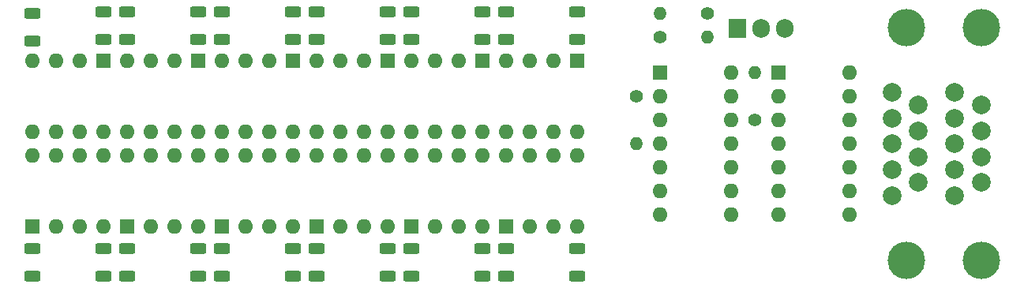
<source format=gbr>
%TF.GenerationSoftware,KiCad,Pcbnew,7.0.5*%
%TF.CreationDate,2024-09-25T18:26:52-04:00*%
%TF.ProjectId,stepper_motor_controller_3_for_cnc,73746570-7065-4725-9f6d-6f746f725f63,rev?*%
%TF.SameCoordinates,Original*%
%TF.FileFunction,Soldermask,Bot*%
%TF.FilePolarity,Negative*%
%FSLAX46Y46*%
G04 Gerber Fmt 4.6, Leading zero omitted, Abs format (unit mm)*
G04 Created by KiCad (PCBNEW 7.0.5) date 2024-09-25 18:26:52*
%MOMM*%
%LPD*%
G01*
G04 APERTURE LIST*
G04 Aperture macros list*
%AMRoundRect*
0 Rectangle with rounded corners*
0 $1 Rounding radius*
0 $2 $3 $4 $5 $6 $7 $8 $9 X,Y pos of 4 corners*
0 Add a 4 corners polygon primitive as box body*
4,1,4,$2,$3,$4,$5,$6,$7,$8,$9,$2,$3,0*
0 Add four circle primitives for the rounded corners*
1,1,$1+$1,$2,$3*
1,1,$1+$1,$4,$5*
1,1,$1+$1,$6,$7*
1,1,$1+$1,$8,$9*
0 Add four rect primitives between the rounded corners*
20,1,$1+$1,$2,$3,$4,$5,0*
20,1,$1+$1,$4,$5,$6,$7,0*
20,1,$1+$1,$6,$7,$8,$9,0*
20,1,$1+$1,$8,$9,$2,$3,0*%
G04 Aperture macros list end*
%ADD10C,1.400000*%
%ADD11O,1.400000X1.400000*%
%ADD12C,2.004000*%
%ADD13C,4.014000*%
%ADD14R,1.600000X1.600000*%
%ADD15O,1.600000X1.600000*%
%ADD16R,1.905000X2.000000*%
%ADD17O,1.905000X2.000000*%
%ADD18RoundRect,0.250000X-0.625000X0.312500X-0.625000X-0.312500X0.625000X-0.312500X0.625000X0.312500X0*%
%ADD19RoundRect,0.250000X0.625000X-0.312500X0.625000X0.312500X-0.625000X0.312500X-0.625000X-0.312500X0*%
G04 APERTURE END LIST*
D10*
%TO.C,R37*%
X208280000Y-57730000D03*
D11*
X213360000Y-57730000D03*
%TD*%
D12*
%TO.C,J2*%
X239875000Y-74700000D03*
X233125000Y-74700000D03*
X239875000Y-71930000D03*
X233125000Y-71930000D03*
X239875000Y-69160000D03*
X233125000Y-69160000D03*
X239875000Y-66390000D03*
X233125000Y-66390000D03*
X239875000Y-63620000D03*
X233125000Y-63620000D03*
X242715000Y-73315000D03*
X235965000Y-73315000D03*
X242715000Y-70545000D03*
X235965000Y-70545000D03*
X242715000Y-67775000D03*
X235965000Y-67775000D03*
X242715000Y-65005000D03*
X235965000Y-65005000D03*
D13*
X234715000Y-81650000D03*
X242715000Y-81650000D03*
X234715000Y-56670000D03*
X242715000Y-56670000D03*
%TD*%
D14*
%TO.C,U24*%
X189220000Y-60280000D03*
D15*
X186680000Y-60280000D03*
X184140000Y-60280000D03*
X181600000Y-60280000D03*
X181600000Y-67900000D03*
X184140000Y-67900000D03*
X186680000Y-67900000D03*
X189220000Y-67900000D03*
%TD*%
D14*
%TO.C,U27*%
X191780000Y-78040000D03*
D15*
X194320000Y-78040000D03*
X196860000Y-78040000D03*
X199400000Y-78040000D03*
X199400000Y-70420000D03*
X196860000Y-70420000D03*
X194320000Y-70420000D03*
X191780000Y-70420000D03*
%TD*%
D14*
%TO.C,U26*%
X199380000Y-60280000D03*
D15*
X196840000Y-60280000D03*
X194300000Y-60280000D03*
X191760000Y-60280000D03*
X191760000Y-67900000D03*
X194300000Y-67900000D03*
X196840000Y-67900000D03*
X199380000Y-67900000D03*
%TD*%
D10*
%TO.C,R38*%
X213360000Y-55190000D03*
D11*
X208280000Y-55190000D03*
%TD*%
D14*
%TO.C,U10*%
X171460000Y-78040000D03*
D15*
X174000000Y-78040000D03*
X176540000Y-78040000D03*
X179080000Y-78040000D03*
X179080000Y-70420000D03*
X176540000Y-70420000D03*
X174000000Y-70420000D03*
X171460000Y-70420000D03*
%TD*%
D14*
%TO.C,U1*%
X208280000Y-61540000D03*
D15*
X208280000Y-64080000D03*
X208280000Y-66620000D03*
X208280000Y-69160000D03*
X208280000Y-71700000D03*
X208280000Y-74240000D03*
X208280000Y-76780000D03*
X215900000Y-76780000D03*
X215900000Y-74240000D03*
X215900000Y-71700000D03*
X215900000Y-69160000D03*
X215900000Y-66620000D03*
X215900000Y-64080000D03*
X215900000Y-61540000D03*
%TD*%
D14*
%TO.C,U8*%
X161290000Y-78050000D03*
D15*
X163830000Y-78050000D03*
X166370000Y-78050000D03*
X168910000Y-78050000D03*
X168910000Y-70430000D03*
X166370000Y-70430000D03*
X163830000Y-70430000D03*
X161290000Y-70430000D03*
%TD*%
D14*
%TO.C,U5*%
X158730000Y-60280000D03*
D15*
X156190000Y-60280000D03*
X153650000Y-60280000D03*
X151110000Y-60280000D03*
X151110000Y-67900000D03*
X153650000Y-67900000D03*
X156190000Y-67900000D03*
X158730000Y-67900000D03*
%TD*%
D14*
%TO.C,U7*%
X168890000Y-60280000D03*
D15*
X166350000Y-60280000D03*
X163810000Y-60280000D03*
X161270000Y-60280000D03*
X161270000Y-67900000D03*
X163810000Y-67900000D03*
X166350000Y-67900000D03*
X168890000Y-67900000D03*
%TD*%
D14*
%TO.C,U6*%
X151140000Y-78040000D03*
D15*
X153680000Y-78040000D03*
X156220000Y-78040000D03*
X158760000Y-78040000D03*
X158760000Y-70420000D03*
X156220000Y-70420000D03*
X153680000Y-70420000D03*
X151140000Y-70420000D03*
%TD*%
D14*
%TO.C,U4*%
X140980000Y-78040000D03*
D15*
X143520000Y-78040000D03*
X146060000Y-78040000D03*
X148600000Y-78040000D03*
X148600000Y-70420000D03*
X146060000Y-70420000D03*
X143520000Y-70420000D03*
X140980000Y-70420000D03*
%TD*%
D10*
%TO.C,R18*%
X205740000Y-64080000D03*
D11*
X205740000Y-69160000D03*
%TD*%
D14*
%TO.C,U3*%
X220980000Y-61540000D03*
D15*
X220980000Y-64080000D03*
X220980000Y-66620000D03*
X220980000Y-69160000D03*
X220980000Y-71700000D03*
X220980000Y-74240000D03*
X220980000Y-76780000D03*
X228600000Y-76780000D03*
X228600000Y-74240000D03*
X228600000Y-71700000D03*
X228600000Y-69160000D03*
X228600000Y-66620000D03*
X228600000Y-64080000D03*
X228600000Y-61540000D03*
%TD*%
D14*
%TO.C,U25*%
X181620000Y-78040000D03*
D15*
X184160000Y-78040000D03*
X186700000Y-78040000D03*
X189240000Y-78040000D03*
X189240000Y-70420000D03*
X186700000Y-70420000D03*
X184160000Y-70420000D03*
X181620000Y-70420000D03*
%TD*%
D10*
%TO.C,R17*%
X218440000Y-66620000D03*
D11*
X218440000Y-61540000D03*
%TD*%
D14*
%TO.C,U9*%
X179050000Y-60280000D03*
D15*
X176510000Y-60280000D03*
X173970000Y-60280000D03*
X171430000Y-60280000D03*
X171430000Y-67900000D03*
X173970000Y-67900000D03*
X176510000Y-67900000D03*
X179050000Y-67900000D03*
%TD*%
D16*
%TO.C,U11*%
X216535000Y-56770000D03*
D17*
X219075000Y-56770000D03*
X221615000Y-56770000D03*
%TD*%
D14*
%TO.C,U2*%
X148570000Y-60280000D03*
D15*
X146030000Y-60280000D03*
X143490000Y-60280000D03*
X140950000Y-60280000D03*
X140950000Y-67900000D03*
X143490000Y-67900000D03*
X146030000Y-67900000D03*
X148570000Y-67900000D03*
%TD*%
D18*
%TO.C,R70*%
X181610000Y-80397500D03*
X181610000Y-83322500D03*
%TD*%
D19*
%TO.C,R55*%
X161290000Y-57922500D03*
X161290000Y-54997500D03*
%TD*%
D18*
%TO.C,R12*%
X171450000Y-80397500D03*
X171450000Y-83322500D03*
%TD*%
%TO.C,R3*%
X199390000Y-80397500D03*
X199390000Y-83322500D03*
%TD*%
D19*
%TO.C,R6*%
X189230000Y-57922500D03*
X189230000Y-54997500D03*
%TD*%
%TO.C,R60*%
X148590000Y-57922500D03*
X148590000Y-54997500D03*
%TD*%
%TO.C,R57*%
X151130000Y-57922500D03*
X151130000Y-54997500D03*
%TD*%
%TO.C,R39*%
X191770000Y-57922500D03*
X191770000Y-54997500D03*
%TD*%
D18*
%TO.C,R72*%
X191770000Y-80397500D03*
X191770000Y-83322500D03*
%TD*%
%TO.C,R69*%
X189230000Y-80397500D03*
X189230000Y-83322500D03*
%TD*%
%TO.C,R46*%
X151130000Y-80397500D03*
X151130000Y-83322500D03*
%TD*%
D19*
%TO.C,R2*%
X199390000Y-57922500D03*
X199390000Y-54997500D03*
%TD*%
%TO.C,R47*%
X140970000Y-58115000D03*
X140970000Y-55190000D03*
%TD*%
D18*
%TO.C,R62*%
X140970000Y-80397500D03*
X140970000Y-83322500D03*
%TD*%
D19*
%TO.C,R54*%
X179070000Y-57922500D03*
X179070000Y-54997500D03*
%TD*%
D18*
%TO.C,R63*%
X158750000Y-80397500D03*
X158750000Y-83322500D03*
%TD*%
D19*
%TO.C,R44*%
X158750000Y-57922500D03*
X158750000Y-54997500D03*
%TD*%
%TO.C,R14*%
X168910000Y-57922500D03*
X168910000Y-54997500D03*
%TD*%
D18*
%TO.C,R49*%
X148590000Y-80397500D03*
X148590000Y-83322500D03*
%TD*%
%TO.C,R65*%
X168910000Y-80397500D03*
X168910000Y-83322500D03*
%TD*%
%TO.C,R66*%
X161290000Y-80397500D03*
X161290000Y-83322500D03*
%TD*%
D19*
%TO.C,R5*%
X181610000Y-57922500D03*
X181610000Y-54997500D03*
%TD*%
%TO.C,R9*%
X171450000Y-57922500D03*
X171450000Y-54997500D03*
%TD*%
D18*
%TO.C,R67*%
X179070000Y-80397500D03*
X179070000Y-83322500D03*
%TD*%
M02*

</source>
